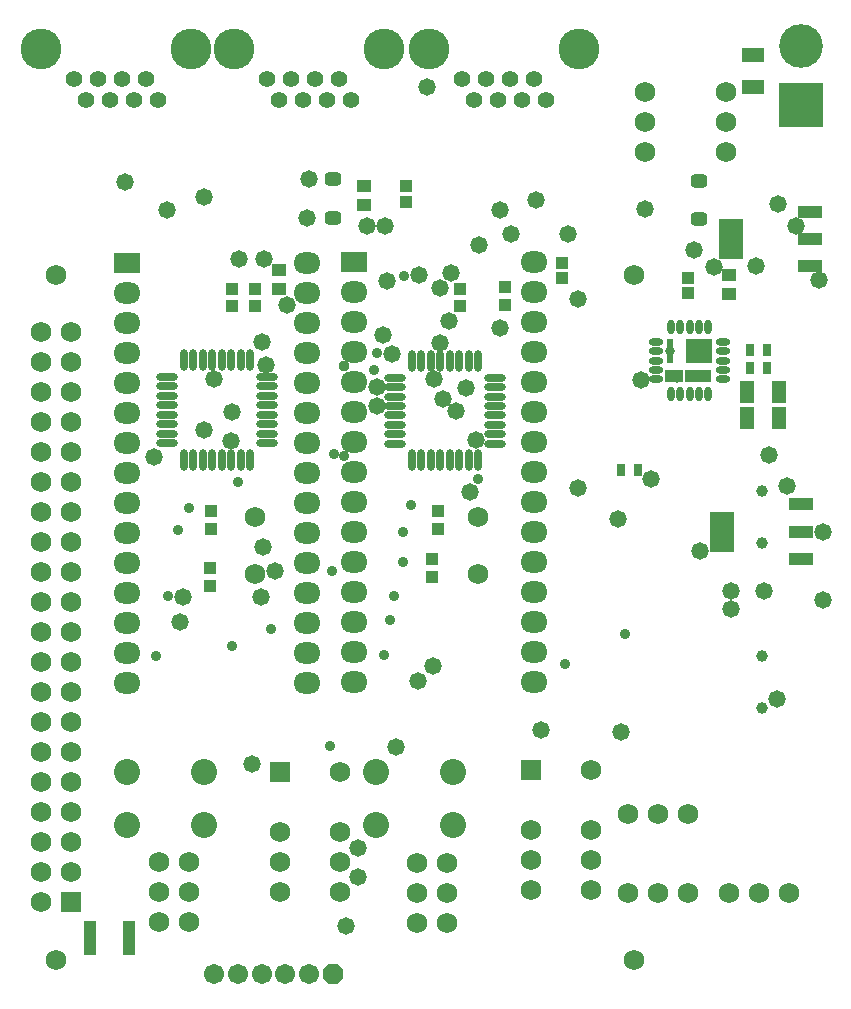
<source format=gbs>
G04 Layer_Color=8150272*
%FSLAX24Y24*%
%MOIN*%
G70*
G01*
G75*
%ADD67R,0.0316X0.0434*%
%ADD68R,0.0434X0.0415*%
%ADD69R,0.0474X0.0434*%
%ADD73R,0.0513X0.0749*%
%ADD76C,0.0320*%
%ADD77C,0.0680*%
%ADD78R,0.0680X0.0680*%
%ADD79R,0.1458X0.1458*%
%ADD80C,0.1458*%
%ADD81C,0.0867*%
%ADD82O,0.0907X0.0710*%
%ADD83R,0.0907X0.0710*%
%ADD84C,0.0394*%
%ADD85C,0.0552*%
%ADD86C,0.1360*%
%ADD87C,0.0671*%
%ADD88P,0.0726X8X22.5*%
%ADD89C,0.0580*%
%ADD90C,0.0356*%
%ADD91C,0.0375*%
%ADD92R,0.0592X0.0434*%
%ADD93R,0.0907X0.0434*%
%ADD94R,0.0907X0.0820*%
%ADD95R,0.0222X0.0820*%
%ADD96O,0.0237X0.0493*%
%ADD97O,0.0493X0.0237*%
%ADD98R,0.0434X0.0434*%
%ADD99R,0.0749X0.0513*%
%ADD100R,0.0400X0.0430*%
%ADD101O,0.0730X0.0277*%
%ADD102O,0.0277X0.0730*%
G04:AMPARAMS|DCode=103|XSize=43.8mil|YSize=56mil|CornerRadius=13mil|HoleSize=0mil|Usage=FLASHONLY|Rotation=270.000|XOffset=0mil|YOffset=0mil|HoleType=Round|Shape=RoundedRectangle|*
%AMROUNDEDRECTD103*
21,1,0.0438,0.0301,0,0,270.0*
21,1,0.0179,0.0560,0,0,270.0*
1,1,0.0259,-0.0151,-0.0090*
1,1,0.0259,-0.0151,0.0090*
1,1,0.0259,0.0151,0.0090*
1,1,0.0259,0.0151,-0.0090*
%
%ADD103ROUNDEDRECTD103*%
%ADD104R,0.0828X0.0434*%
%ADD105R,0.0828X0.1340*%
%ADD106R,0.0395X0.1123*%
D67*
X29045Y31550D02*
D03*
X28455D02*
D03*
X24745Y27550D02*
D03*
X24155D02*
D03*
X29045Y30950D02*
D03*
X28455D02*
D03*
D68*
X22200Y34456D02*
D03*
Y33944D02*
D03*
X26400Y33956D02*
D03*
Y33444D02*
D03*
X17000Y37006D02*
D03*
Y36494D02*
D03*
D69*
X15600Y36385D02*
D03*
Y37015D02*
D03*
X27750Y33435D02*
D03*
Y34065D02*
D03*
X12750Y33585D02*
D03*
Y34215D02*
D03*
D73*
X29422Y29300D02*
D03*
X28378D02*
D03*
X29422Y30150D02*
D03*
X28378D02*
D03*
D76*
X26952Y31692D02*
D03*
X25781Y31515D02*
D03*
X26962Y30688D02*
D03*
X26568D02*
D03*
X26027Y30619D02*
D03*
X26952Y31338D02*
D03*
X26568D02*
D03*
X26578Y31672D02*
D03*
D77*
X23150Y15550D02*
D03*
Y14550D02*
D03*
Y13550D02*
D03*
Y17550D02*
D03*
X21150Y13550D02*
D03*
Y14550D02*
D03*
Y15550D02*
D03*
X14800Y15500D02*
D03*
Y14500D02*
D03*
Y13500D02*
D03*
Y17500D02*
D03*
X12800Y13500D02*
D03*
Y14500D02*
D03*
Y15500D02*
D03*
X19400Y24079D02*
D03*
Y26000D02*
D03*
X11950Y24079D02*
D03*
Y26000D02*
D03*
X24606Y34055D02*
D03*
X5315D02*
D03*
X24606Y11220D02*
D03*
X5315D02*
D03*
X24400Y16100D02*
D03*
X25400D02*
D03*
X26400D02*
D03*
X27750Y13450D02*
D03*
X28750D02*
D03*
X29750D02*
D03*
X24400D02*
D03*
X25400D02*
D03*
X26400D02*
D03*
X18350Y12450D02*
D03*
X17350D02*
D03*
X18350Y14450D02*
D03*
Y13450D02*
D03*
X17350D02*
D03*
Y14450D02*
D03*
X24950Y40150D02*
D03*
Y39150D02*
D03*
Y38150D02*
D03*
X9750Y12500D02*
D03*
X8750D02*
D03*
X9750Y14500D02*
D03*
Y13500D02*
D03*
X8750D02*
D03*
Y14500D02*
D03*
X27650Y40150D02*
D03*
Y39150D02*
D03*
Y38150D02*
D03*
X4815Y13138D02*
D03*
X5815Y14138D02*
D03*
X4815D02*
D03*
X5815Y15138D02*
D03*
X4815D02*
D03*
X5815Y16138D02*
D03*
X4815D02*
D03*
X5815Y17138D02*
D03*
X4815D02*
D03*
X5815Y18138D02*
D03*
X4815D02*
D03*
X5815Y19138D02*
D03*
X4815D02*
D03*
X5815Y20138D02*
D03*
X4815D02*
D03*
X5815Y21138D02*
D03*
X4815D02*
D03*
X5815Y22138D02*
D03*
X4815D02*
D03*
X5815Y23138D02*
D03*
X4815D02*
D03*
X5815Y24138D02*
D03*
X4815D02*
D03*
X5815Y25138D02*
D03*
X4815D02*
D03*
X5815Y26138D02*
D03*
X4815D02*
D03*
X5815Y27138D02*
D03*
X4815D02*
D03*
X5815Y28138D02*
D03*
X4815D02*
D03*
X5815Y29138D02*
D03*
X4815D02*
D03*
X5815Y30138D02*
D03*
X4815D02*
D03*
X5815Y31138D02*
D03*
X4815D02*
D03*
X5815Y32138D02*
D03*
X4815D02*
D03*
D78*
X21150Y17550D02*
D03*
X12800Y17500D02*
D03*
X5815Y13138D02*
D03*
D79*
X30150Y39716D02*
D03*
D80*
Y41684D02*
D03*
D81*
X16000Y17500D02*
D03*
Y15728D02*
D03*
X18559Y17500D02*
D03*
Y15728D02*
D03*
X7700Y17500D02*
D03*
Y15728D02*
D03*
X10259Y17500D02*
D03*
Y15728D02*
D03*
D82*
X13700Y21450D02*
D03*
Y22450D02*
D03*
Y23450D02*
D03*
Y24450D02*
D03*
Y25450D02*
D03*
Y26450D02*
D03*
Y27450D02*
D03*
Y28450D02*
D03*
Y29450D02*
D03*
Y30450D02*
D03*
Y31450D02*
D03*
Y32450D02*
D03*
Y33450D02*
D03*
Y34450D02*
D03*
X7700Y33450D02*
D03*
Y32450D02*
D03*
Y31450D02*
D03*
Y30450D02*
D03*
Y29450D02*
D03*
Y28450D02*
D03*
Y27450D02*
D03*
Y26450D02*
D03*
Y25450D02*
D03*
Y24450D02*
D03*
Y23450D02*
D03*
X13700Y20450D02*
D03*
X7700Y22450D02*
D03*
Y21450D02*
D03*
Y20450D02*
D03*
X21250Y21500D02*
D03*
Y22500D02*
D03*
Y23500D02*
D03*
Y24500D02*
D03*
Y25500D02*
D03*
Y26500D02*
D03*
Y27500D02*
D03*
Y28500D02*
D03*
Y29500D02*
D03*
Y30500D02*
D03*
Y31500D02*
D03*
Y32500D02*
D03*
Y33500D02*
D03*
Y34500D02*
D03*
X15250Y33500D02*
D03*
Y32500D02*
D03*
Y31500D02*
D03*
Y30500D02*
D03*
Y29500D02*
D03*
Y28500D02*
D03*
Y27500D02*
D03*
Y26500D02*
D03*
Y25500D02*
D03*
Y24500D02*
D03*
Y23500D02*
D03*
X21250Y20500D02*
D03*
X15250Y22500D02*
D03*
Y21500D02*
D03*
Y20500D02*
D03*
D83*
X7700Y34450D02*
D03*
X15250Y34500D02*
D03*
D84*
X28856Y19634D02*
D03*
Y21366D02*
D03*
Y25134D02*
D03*
Y26866D02*
D03*
D85*
X8316Y40580D02*
D03*
X7918Y39879D02*
D03*
X7517Y40580D02*
D03*
X7119Y39879D02*
D03*
X8717D02*
D03*
X6717Y40580D02*
D03*
X6320Y39879D02*
D03*
X5922Y40580D02*
D03*
X14766D02*
D03*
X14368Y39879D02*
D03*
X13967Y40580D02*
D03*
X13569Y39879D02*
D03*
X15167D02*
D03*
X13167Y40580D02*
D03*
X12770Y39879D02*
D03*
X12372Y40580D02*
D03*
X21266D02*
D03*
X20868Y39879D02*
D03*
X20467Y40580D02*
D03*
X20069Y39879D02*
D03*
X21667D02*
D03*
X19667Y40580D02*
D03*
X19270Y39879D02*
D03*
X18872Y40580D02*
D03*
D86*
X9820Y41580D02*
D03*
X4820D02*
D03*
X16270D02*
D03*
X11270D02*
D03*
X22770D02*
D03*
X17770D02*
D03*
D87*
X10613Y10750D02*
D03*
X11400D02*
D03*
X12188D02*
D03*
X12975D02*
D03*
X13763D02*
D03*
D88*
X14550D02*
D03*
D89*
X15404Y14941D02*
D03*
X16230Y32067D02*
D03*
X16545Y31417D02*
D03*
X17904Y21004D02*
D03*
X16030Y30315D02*
D03*
X18240Y29910D02*
D03*
X18494Y34114D02*
D03*
X12628Y24183D02*
D03*
X11860Y17766D02*
D03*
X30886Y25472D02*
D03*
Y23219D02*
D03*
X29351Y19912D02*
D03*
X28927Y23524D02*
D03*
X27815D02*
D03*
X27844Y22904D02*
D03*
X26811Y24862D02*
D03*
X12166Y23318D02*
D03*
X11160Y28520D02*
D03*
X10260Y36640D02*
D03*
X24950Y36250D02*
D03*
X16360Y33840D02*
D03*
X20130Y32300D02*
D03*
X18140Y33610D02*
D03*
X12210Y31830D02*
D03*
X22400Y35420D02*
D03*
X24060Y25920D02*
D03*
X15685Y35690D02*
D03*
X20505Y35420D02*
D03*
X26590Y34880D02*
D03*
X29100Y28040D02*
D03*
X16310Y35680D02*
D03*
X9450Y22470D02*
D03*
X15010Y12350D02*
D03*
X9570Y23320D02*
D03*
X19430Y35040D02*
D03*
X16020Y29685D02*
D03*
X24830Y30550D02*
D03*
X16680Y18330D02*
D03*
X7630Y37160D02*
D03*
X30780Y33880D02*
D03*
X27270Y34320D02*
D03*
X28650Y34350D02*
D03*
X29990Y35690D02*
D03*
X29700Y27030D02*
D03*
X25160Y27250D02*
D03*
X13700Y35954D02*
D03*
X18120Y31790D02*
D03*
X18655Y29510D02*
D03*
X18985Y30300D02*
D03*
X22740Y26960D02*
D03*
Y33260D02*
D03*
X11420Y34590D02*
D03*
X9040Y36230D02*
D03*
X11200Y29480D02*
D03*
X19330Y28560D02*
D03*
X18420Y32530D02*
D03*
X8600Y27980D02*
D03*
X13750Y37250D02*
D03*
X12320Y31040D02*
D03*
X10610Y30580D02*
D03*
X29390Y36410D02*
D03*
X17390Y20530D02*
D03*
X19130Y26830D02*
D03*
X17930Y30580D02*
D03*
X15400Y14000D02*
D03*
X21490Y18870D02*
D03*
X21336Y36546D02*
D03*
X10280Y28888D02*
D03*
X20135Y36215D02*
D03*
X13030Y33040D02*
D03*
X12260Y34590D02*
D03*
X12219Y24971D02*
D03*
X24150Y18810D02*
D03*
X17421Y34045D02*
D03*
X17697Y40315D02*
D03*
D90*
X14528Y24194D02*
D03*
X14597Y28081D02*
D03*
X14932Y28003D02*
D03*
X11200Y21700D02*
D03*
X11400Y27150D02*
D03*
X9750Y26300D02*
D03*
X9400Y25550D02*
D03*
X9050Y23350D02*
D03*
X8650Y21350D02*
D03*
X16250Y21400D02*
D03*
X16450Y22550D02*
D03*
X16600Y23350D02*
D03*
X16900Y24500D02*
D03*
Y25500D02*
D03*
X17150Y26400D02*
D03*
X19400Y27250D02*
D03*
X24300Y22100D02*
D03*
X22300Y21100D02*
D03*
X12500Y22250D02*
D03*
X15945Y30896D02*
D03*
X16033Y31447D02*
D03*
X16929Y34035D02*
D03*
X14450Y18350D02*
D03*
D91*
X14933Y31005D02*
D03*
D92*
X25938Y30688D02*
D03*
D93*
X26726D02*
D03*
D94*
X26765Y31515D02*
D03*
D95*
X25781D02*
D03*
D96*
X27080Y32312D02*
D03*
X26765D02*
D03*
X26450D02*
D03*
X26135D02*
D03*
X25820D02*
D03*
Y30088D02*
D03*
X26135D02*
D03*
X26450D02*
D03*
X26765D02*
D03*
X27080D02*
D03*
D97*
X25338Y31830D02*
D03*
Y31515D02*
D03*
Y31200D02*
D03*
Y30885D02*
D03*
Y30570D02*
D03*
X27562D02*
D03*
Y30885D02*
D03*
Y31200D02*
D03*
Y31515D02*
D03*
Y31830D02*
D03*
D98*
X11950Y33595D02*
D03*
Y33005D02*
D03*
X11200Y33595D02*
D03*
Y33005D02*
D03*
X20300Y33645D02*
D03*
Y33055D02*
D03*
X18800Y33595D02*
D03*
Y33005D02*
D03*
D99*
X28550Y40328D02*
D03*
Y41372D02*
D03*
D100*
X10500Y25600D02*
D03*
Y26200D02*
D03*
X10450Y24300D02*
D03*
Y23700D02*
D03*
X18050Y25600D02*
D03*
Y26200D02*
D03*
X17850Y24600D02*
D03*
Y24000D02*
D03*
D101*
X19954Y30630D02*
D03*
Y30315D02*
D03*
Y30000D02*
D03*
Y29685D02*
D03*
Y29370D02*
D03*
Y29055D02*
D03*
Y28740D02*
D03*
Y28425D02*
D03*
X16646D02*
D03*
Y28740D02*
D03*
Y29055D02*
D03*
Y29370D02*
D03*
Y29685D02*
D03*
Y30000D02*
D03*
Y30315D02*
D03*
Y30630D02*
D03*
X12354Y30652D02*
D03*
Y30337D02*
D03*
Y30022D02*
D03*
Y29707D02*
D03*
Y29393D02*
D03*
Y29078D02*
D03*
Y28763D02*
D03*
Y28448D02*
D03*
X9046D02*
D03*
Y28763D02*
D03*
Y29078D02*
D03*
Y29393D02*
D03*
Y29707D02*
D03*
Y30022D02*
D03*
Y30337D02*
D03*
Y30652D02*
D03*
D102*
X19402Y27874D02*
D03*
X19087D02*
D03*
X18772D02*
D03*
X18457D02*
D03*
X18143D02*
D03*
X17828D02*
D03*
X17513D02*
D03*
X17198D02*
D03*
Y31181D02*
D03*
X17513D02*
D03*
X17828D02*
D03*
X18143D02*
D03*
X18457D02*
D03*
X18772D02*
D03*
X19087D02*
D03*
X19402D02*
D03*
X11802Y27896D02*
D03*
X11487D02*
D03*
X11172D02*
D03*
X10857D02*
D03*
X10543D02*
D03*
X10228D02*
D03*
X9913D02*
D03*
X9598D02*
D03*
Y31204D02*
D03*
X9913D02*
D03*
X10228D02*
D03*
X10543D02*
D03*
X10857D02*
D03*
X11172D02*
D03*
X11487D02*
D03*
X11802D02*
D03*
D103*
X26750Y37196D02*
D03*
Y35904D02*
D03*
X14550Y35954D02*
D03*
Y37246D02*
D03*
D104*
X30469Y36156D02*
D03*
Y35250D02*
D03*
Y34344D02*
D03*
X30169Y26406D02*
D03*
Y25500D02*
D03*
Y24594D02*
D03*
D105*
X27831Y35250D02*
D03*
X27531Y25500D02*
D03*
D106*
X6450Y11950D02*
D03*
X7750D02*
D03*
M02*

</source>
